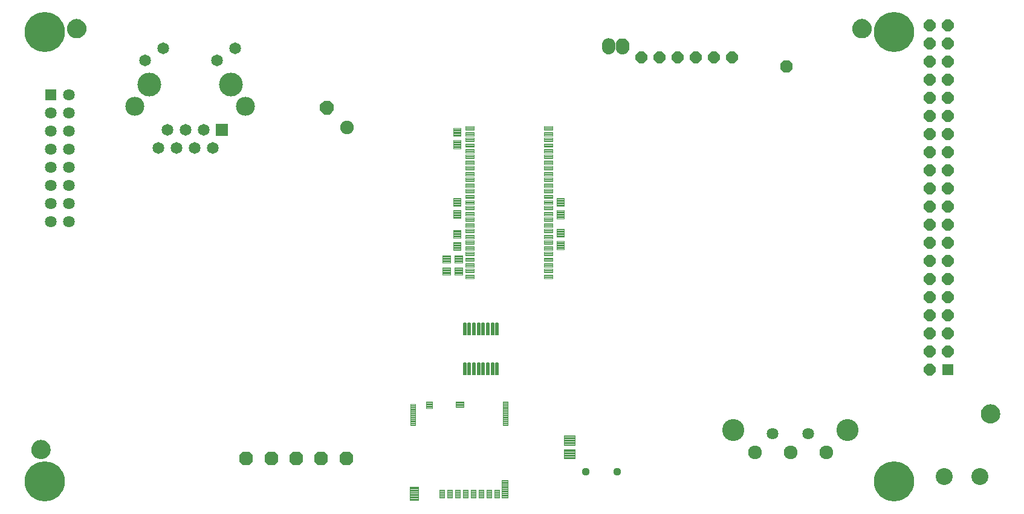
<source format=gbs>
G75*
%MOIN*%
%OFA0B0*%
%FSLAX25Y25*%
%IPPOS*%
%LPD*%
%AMOC8*
5,1,8,0,0,1.08239X$1,22.5*
%
%ADD10R,0.06406X0.06406*%
%ADD11OC8,0.06406*%
%ADD12C,0.06406*%
%ADD13OC8,0.07587*%
%ADD14C,0.07587*%
%ADD15C,0.12161*%
%ADD16C,0.06500*%
%ADD17R,0.06500X0.06500*%
%ADD18C,0.13098*%
%ADD19C,0.10500*%
%ADD20C,0.00494*%
%ADD21C,0.00444*%
%ADD22C,0.04437*%
%ADD23OC8,0.06996*%
%ADD24C,0.09358*%
%ADD25C,0.00545*%
%ADD26C,0.00100*%
%ADD27C,0.07500*%
%ADD28C,0.01500*%
%ADD29C,0.00449*%
%ADD30C,0.04500*%
%ADD31C,0.00500*%
%ADD32C,0.00488*%
%ADD33C,0.00449*%
%ADD34C,0.00464*%
%ADD35C,0.00445*%
%ADD36C,0.00466*%
%ADD37C,0.22154*%
D10*
X0055828Y0366054D03*
X0550612Y0214602D03*
D11*
X0540612Y0214602D03*
X0540612Y0224602D03*
X0550612Y0224602D03*
X0550612Y0234602D03*
X0540612Y0234602D03*
X0540612Y0244602D03*
X0550612Y0244602D03*
X0550612Y0254602D03*
X0540612Y0254602D03*
X0540612Y0264602D03*
X0550612Y0264602D03*
X0550612Y0274602D03*
X0540612Y0274602D03*
X0540612Y0284602D03*
X0550612Y0284602D03*
X0550612Y0294602D03*
X0540612Y0294602D03*
X0540612Y0304602D03*
X0550612Y0304602D03*
X0550612Y0314602D03*
X0540612Y0314602D03*
X0540612Y0324602D03*
X0550612Y0324602D03*
X0550612Y0334602D03*
X0540612Y0334602D03*
X0540612Y0344602D03*
X0550612Y0344602D03*
X0550612Y0354602D03*
X0540612Y0354602D03*
X0540612Y0364602D03*
X0550612Y0364602D03*
X0550612Y0374602D03*
X0540612Y0374602D03*
X0540612Y0384602D03*
X0550612Y0384602D03*
X0550612Y0394602D03*
X0540612Y0394602D03*
X0540612Y0404602D03*
X0550612Y0404602D03*
X0431578Y0386704D03*
X0421578Y0386704D03*
X0411578Y0386704D03*
X0401578Y0386704D03*
X0391578Y0386704D03*
X0381578Y0386704D03*
D12*
X0453998Y0179012D03*
X0473683Y0179012D03*
X0065828Y0296054D03*
X0055828Y0296054D03*
X0055828Y0306054D03*
X0055828Y0316054D03*
X0055828Y0326054D03*
X0055828Y0336054D03*
X0055828Y0346054D03*
X0065828Y0346054D03*
X0065828Y0336054D03*
X0065828Y0326054D03*
X0065828Y0316054D03*
X0065828Y0306054D03*
X0065828Y0356054D03*
X0055828Y0356054D03*
X0065828Y0366054D03*
D13*
X0163643Y0165429D03*
X0177423Y0165429D03*
X0191202Y0165429D03*
X0204982Y0165429D03*
X0218762Y0165429D03*
D14*
X0444155Y0168776D03*
X0463840Y0168776D03*
X0483525Y0168776D03*
D15*
X0495336Y0180980D03*
X0432344Y0180980D03*
D16*
X0145219Y0336687D03*
X0135219Y0336687D03*
X0125219Y0336687D03*
X0115219Y0336687D03*
X0120219Y0346687D03*
X0130219Y0346687D03*
X0140219Y0346687D03*
X0147620Y0384994D03*
X0157620Y0391687D03*
X0117817Y0391687D03*
X0107817Y0384994D03*
D17*
X0150219Y0346687D03*
D18*
X0155219Y0371687D03*
X0110219Y0371687D03*
D19*
X0102207Y0359679D03*
X0163230Y0359679D03*
D20*
X0289281Y0348736D02*
X0289281Y0346762D01*
X0284551Y0346762D01*
X0284551Y0348736D01*
X0289281Y0348736D01*
X0289281Y0347255D02*
X0284551Y0347255D01*
X0284551Y0347748D02*
X0289281Y0347748D01*
X0289281Y0348241D02*
X0284551Y0348241D01*
X0284551Y0348734D02*
X0289281Y0348734D01*
X0289281Y0345587D02*
X0289281Y0343613D01*
X0284551Y0343613D01*
X0284551Y0345587D01*
X0289281Y0345587D01*
X0289281Y0344106D02*
X0284551Y0344106D01*
X0284551Y0344599D02*
X0289281Y0344599D01*
X0289281Y0345092D02*
X0284551Y0345092D01*
X0284551Y0345585D02*
X0289281Y0345585D01*
X0289281Y0342437D02*
X0289281Y0340463D01*
X0284551Y0340463D01*
X0284551Y0342437D01*
X0289281Y0342437D01*
X0289281Y0340956D02*
X0284551Y0340956D01*
X0284551Y0341449D02*
X0289281Y0341449D01*
X0289281Y0341942D02*
X0284551Y0341942D01*
X0284551Y0342435D02*
X0289281Y0342435D01*
X0289281Y0339287D02*
X0289281Y0337313D01*
X0284551Y0337313D01*
X0284551Y0339287D01*
X0289281Y0339287D01*
X0289281Y0337806D02*
X0284551Y0337806D01*
X0284551Y0338299D02*
X0289281Y0338299D01*
X0289281Y0338792D02*
X0284551Y0338792D01*
X0284551Y0339285D02*
X0289281Y0339285D01*
X0289281Y0336138D02*
X0289281Y0334164D01*
X0284551Y0334164D01*
X0284551Y0336138D01*
X0289281Y0336138D01*
X0289281Y0334657D02*
X0284551Y0334657D01*
X0284551Y0335150D02*
X0289281Y0335150D01*
X0289281Y0335643D02*
X0284551Y0335643D01*
X0284551Y0336136D02*
X0289281Y0336136D01*
X0289281Y0332988D02*
X0289281Y0331014D01*
X0284551Y0331014D01*
X0284551Y0332988D01*
X0289281Y0332988D01*
X0289281Y0331507D02*
X0284551Y0331507D01*
X0284551Y0332000D02*
X0289281Y0332000D01*
X0289281Y0332493D02*
X0284551Y0332493D01*
X0284551Y0332986D02*
X0289281Y0332986D01*
X0289281Y0329839D02*
X0289281Y0327865D01*
X0284551Y0327865D01*
X0284551Y0329839D01*
X0289281Y0329839D01*
X0289281Y0328358D02*
X0284551Y0328358D01*
X0284551Y0328851D02*
X0289281Y0328851D01*
X0289281Y0329344D02*
X0284551Y0329344D01*
X0284551Y0329837D02*
X0289281Y0329837D01*
X0289281Y0326689D02*
X0289281Y0324715D01*
X0284551Y0324715D01*
X0284551Y0326689D01*
X0289281Y0326689D01*
X0289281Y0325208D02*
X0284551Y0325208D01*
X0284551Y0325701D02*
X0289281Y0325701D01*
X0289281Y0326194D02*
X0284551Y0326194D01*
X0284551Y0326687D02*
X0289281Y0326687D01*
X0289281Y0323539D02*
X0289281Y0321565D01*
X0284551Y0321565D01*
X0284551Y0323539D01*
X0289281Y0323539D01*
X0289281Y0322058D02*
X0284551Y0322058D01*
X0284551Y0322551D02*
X0289281Y0322551D01*
X0289281Y0323044D02*
X0284551Y0323044D01*
X0284551Y0323537D02*
X0289281Y0323537D01*
X0289281Y0320390D02*
X0289281Y0318416D01*
X0284551Y0318416D01*
X0284551Y0320390D01*
X0289281Y0320390D01*
X0289281Y0318909D02*
X0284551Y0318909D01*
X0284551Y0319402D02*
X0289281Y0319402D01*
X0289281Y0319895D02*
X0284551Y0319895D01*
X0284551Y0320388D02*
X0289281Y0320388D01*
X0289281Y0317240D02*
X0289281Y0315266D01*
X0284551Y0315266D01*
X0284551Y0317240D01*
X0289281Y0317240D01*
X0289281Y0315759D02*
X0284551Y0315759D01*
X0284551Y0316252D02*
X0289281Y0316252D01*
X0289281Y0316745D02*
X0284551Y0316745D01*
X0284551Y0317238D02*
X0289281Y0317238D01*
X0289281Y0314091D02*
X0289281Y0312117D01*
X0284551Y0312117D01*
X0284551Y0314091D01*
X0289281Y0314091D01*
X0289281Y0312610D02*
X0284551Y0312610D01*
X0284551Y0313103D02*
X0289281Y0313103D01*
X0289281Y0313596D02*
X0284551Y0313596D01*
X0284551Y0314089D02*
X0289281Y0314089D01*
X0289281Y0310941D02*
X0289281Y0308967D01*
X0284551Y0308967D01*
X0284551Y0310941D01*
X0289281Y0310941D01*
X0289281Y0309460D02*
X0284551Y0309460D01*
X0284551Y0309953D02*
X0289281Y0309953D01*
X0289281Y0310446D02*
X0284551Y0310446D01*
X0284551Y0310939D02*
X0289281Y0310939D01*
X0289281Y0307791D02*
X0289281Y0305817D01*
X0284551Y0305817D01*
X0284551Y0307791D01*
X0289281Y0307791D01*
X0289281Y0306310D02*
X0284551Y0306310D01*
X0284551Y0306803D02*
X0289281Y0306803D01*
X0289281Y0307296D02*
X0284551Y0307296D01*
X0284551Y0307789D02*
X0289281Y0307789D01*
X0289281Y0304642D02*
X0289281Y0302668D01*
X0284551Y0302668D01*
X0284551Y0304642D01*
X0289281Y0304642D01*
X0289281Y0303161D02*
X0284551Y0303161D01*
X0284551Y0303654D02*
X0289281Y0303654D01*
X0289281Y0304147D02*
X0284551Y0304147D01*
X0284551Y0304640D02*
X0289281Y0304640D01*
X0289281Y0301492D02*
X0289281Y0299518D01*
X0284551Y0299518D01*
X0284551Y0301492D01*
X0289281Y0301492D01*
X0289281Y0300011D02*
X0284551Y0300011D01*
X0284551Y0300504D02*
X0289281Y0300504D01*
X0289281Y0300997D02*
X0284551Y0300997D01*
X0284551Y0301490D02*
X0289281Y0301490D01*
X0289281Y0298343D02*
X0289281Y0296369D01*
X0284551Y0296369D01*
X0284551Y0298343D01*
X0289281Y0298343D01*
X0289281Y0296862D02*
X0284551Y0296862D01*
X0284551Y0297355D02*
X0289281Y0297355D01*
X0289281Y0297848D02*
X0284551Y0297848D01*
X0284551Y0298341D02*
X0289281Y0298341D01*
X0289281Y0295193D02*
X0289281Y0293219D01*
X0284551Y0293219D01*
X0284551Y0295193D01*
X0289281Y0295193D01*
X0289281Y0293712D02*
X0284551Y0293712D01*
X0284551Y0294205D02*
X0289281Y0294205D01*
X0289281Y0294698D02*
X0284551Y0294698D01*
X0284551Y0295191D02*
X0289281Y0295191D01*
X0289281Y0292043D02*
X0289281Y0290069D01*
X0284551Y0290069D01*
X0284551Y0292043D01*
X0289281Y0292043D01*
X0289281Y0290562D02*
X0284551Y0290562D01*
X0284551Y0291055D02*
X0289281Y0291055D01*
X0289281Y0291548D02*
X0284551Y0291548D01*
X0284551Y0292041D02*
X0289281Y0292041D01*
X0289281Y0288894D02*
X0289281Y0286920D01*
X0284551Y0286920D01*
X0284551Y0288894D01*
X0289281Y0288894D01*
X0289281Y0287413D02*
X0284551Y0287413D01*
X0284551Y0287906D02*
X0289281Y0287906D01*
X0289281Y0288399D02*
X0284551Y0288399D01*
X0284551Y0288892D02*
X0289281Y0288892D01*
X0289281Y0285744D02*
X0289281Y0283770D01*
X0284551Y0283770D01*
X0284551Y0285744D01*
X0289281Y0285744D01*
X0289281Y0284263D02*
X0284551Y0284263D01*
X0284551Y0284756D02*
X0289281Y0284756D01*
X0289281Y0285249D02*
X0284551Y0285249D01*
X0284551Y0285742D02*
X0289281Y0285742D01*
X0289281Y0282594D02*
X0289281Y0280620D01*
X0284551Y0280620D01*
X0284551Y0282594D01*
X0289281Y0282594D01*
X0289281Y0281113D02*
X0284551Y0281113D01*
X0284551Y0281606D02*
X0289281Y0281606D01*
X0289281Y0282099D02*
X0284551Y0282099D01*
X0284551Y0282592D02*
X0289281Y0282592D01*
X0289281Y0279445D02*
X0289281Y0277471D01*
X0284551Y0277471D01*
X0284551Y0279445D01*
X0289281Y0279445D01*
X0289281Y0277964D02*
X0284551Y0277964D01*
X0284551Y0278457D02*
X0289281Y0278457D01*
X0289281Y0278950D02*
X0284551Y0278950D01*
X0284551Y0279443D02*
X0289281Y0279443D01*
X0289281Y0276295D02*
X0289281Y0274321D01*
X0284551Y0274321D01*
X0284551Y0276295D01*
X0289281Y0276295D01*
X0289281Y0274814D02*
X0284551Y0274814D01*
X0284551Y0275307D02*
X0289281Y0275307D01*
X0289281Y0275800D02*
X0284551Y0275800D01*
X0284551Y0276293D02*
X0289281Y0276293D01*
X0289281Y0273146D02*
X0289281Y0271172D01*
X0284551Y0271172D01*
X0284551Y0273146D01*
X0289281Y0273146D01*
X0289281Y0271665D02*
X0284551Y0271665D01*
X0284551Y0272158D02*
X0289281Y0272158D01*
X0289281Y0272651D02*
X0284551Y0272651D01*
X0284551Y0273144D02*
X0289281Y0273144D01*
X0289281Y0269996D02*
X0289281Y0268022D01*
X0284551Y0268022D01*
X0284551Y0269996D01*
X0289281Y0269996D01*
X0289281Y0268515D02*
X0284551Y0268515D01*
X0284551Y0269008D02*
X0289281Y0269008D01*
X0289281Y0269501D02*
X0284551Y0269501D01*
X0284551Y0269994D02*
X0289281Y0269994D01*
X0289281Y0266846D02*
X0289281Y0264872D01*
X0284551Y0264872D01*
X0284551Y0266846D01*
X0289281Y0266846D01*
X0289281Y0265365D02*
X0284551Y0265365D01*
X0284551Y0265858D02*
X0289281Y0265858D01*
X0289281Y0266351D02*
X0284551Y0266351D01*
X0284551Y0266844D02*
X0289281Y0266844D01*
X0327876Y0266846D02*
X0327876Y0264872D01*
X0327876Y0266846D02*
X0332606Y0266846D01*
X0332606Y0264872D01*
X0327876Y0264872D01*
X0327876Y0265365D02*
X0332606Y0265365D01*
X0332606Y0265858D02*
X0327876Y0265858D01*
X0327876Y0266351D02*
X0332606Y0266351D01*
X0332606Y0266844D02*
X0327876Y0266844D01*
X0327876Y0268022D02*
X0327876Y0269996D01*
X0332606Y0269996D01*
X0332606Y0268022D01*
X0327876Y0268022D01*
X0327876Y0268515D02*
X0332606Y0268515D01*
X0332606Y0269008D02*
X0327876Y0269008D01*
X0327876Y0269501D02*
X0332606Y0269501D01*
X0332606Y0269994D02*
X0327876Y0269994D01*
X0327876Y0271172D02*
X0327876Y0273146D01*
X0332606Y0273146D01*
X0332606Y0271172D01*
X0327876Y0271172D01*
X0327876Y0271665D02*
X0332606Y0271665D01*
X0332606Y0272158D02*
X0327876Y0272158D01*
X0327876Y0272651D02*
X0332606Y0272651D01*
X0332606Y0273144D02*
X0327876Y0273144D01*
X0327876Y0274321D02*
X0327876Y0276295D01*
X0332606Y0276295D01*
X0332606Y0274321D01*
X0327876Y0274321D01*
X0327876Y0274814D02*
X0332606Y0274814D01*
X0332606Y0275307D02*
X0327876Y0275307D01*
X0327876Y0275800D02*
X0332606Y0275800D01*
X0332606Y0276293D02*
X0327876Y0276293D01*
X0327876Y0277471D02*
X0327876Y0279445D01*
X0332606Y0279445D01*
X0332606Y0277471D01*
X0327876Y0277471D01*
X0327876Y0277964D02*
X0332606Y0277964D01*
X0332606Y0278457D02*
X0327876Y0278457D01*
X0327876Y0278950D02*
X0332606Y0278950D01*
X0332606Y0279443D02*
X0327876Y0279443D01*
X0327876Y0280620D02*
X0327876Y0282594D01*
X0332606Y0282594D01*
X0332606Y0280620D01*
X0327876Y0280620D01*
X0327876Y0281113D02*
X0332606Y0281113D01*
X0332606Y0281606D02*
X0327876Y0281606D01*
X0327876Y0282099D02*
X0332606Y0282099D01*
X0332606Y0282592D02*
X0327876Y0282592D01*
X0327876Y0283770D02*
X0327876Y0285744D01*
X0332606Y0285744D01*
X0332606Y0283770D01*
X0327876Y0283770D01*
X0327876Y0284263D02*
X0332606Y0284263D01*
X0332606Y0284756D02*
X0327876Y0284756D01*
X0327876Y0285249D02*
X0332606Y0285249D01*
X0332606Y0285742D02*
X0327876Y0285742D01*
X0327876Y0286920D02*
X0327876Y0288894D01*
X0332606Y0288894D01*
X0332606Y0286920D01*
X0327876Y0286920D01*
X0327876Y0287413D02*
X0332606Y0287413D01*
X0332606Y0287906D02*
X0327876Y0287906D01*
X0327876Y0288399D02*
X0332606Y0288399D01*
X0332606Y0288892D02*
X0327876Y0288892D01*
X0327876Y0290069D02*
X0327876Y0292043D01*
X0332606Y0292043D01*
X0332606Y0290069D01*
X0327876Y0290069D01*
X0327876Y0290562D02*
X0332606Y0290562D01*
X0332606Y0291055D02*
X0327876Y0291055D01*
X0327876Y0291548D02*
X0332606Y0291548D01*
X0332606Y0292041D02*
X0327876Y0292041D01*
X0327876Y0293219D02*
X0327876Y0295193D01*
X0332606Y0295193D01*
X0332606Y0293219D01*
X0327876Y0293219D01*
X0327876Y0293712D02*
X0332606Y0293712D01*
X0332606Y0294205D02*
X0327876Y0294205D01*
X0327876Y0294698D02*
X0332606Y0294698D01*
X0332606Y0295191D02*
X0327876Y0295191D01*
X0327876Y0296369D02*
X0327876Y0298343D01*
X0332606Y0298343D01*
X0332606Y0296369D01*
X0327876Y0296369D01*
X0327876Y0296862D02*
X0332606Y0296862D01*
X0332606Y0297355D02*
X0327876Y0297355D01*
X0327876Y0297848D02*
X0332606Y0297848D01*
X0332606Y0298341D02*
X0327876Y0298341D01*
X0327876Y0299518D02*
X0327876Y0301492D01*
X0332606Y0301492D01*
X0332606Y0299518D01*
X0327876Y0299518D01*
X0327876Y0300011D02*
X0332606Y0300011D01*
X0332606Y0300504D02*
X0327876Y0300504D01*
X0327876Y0300997D02*
X0332606Y0300997D01*
X0332606Y0301490D02*
X0327876Y0301490D01*
X0327876Y0302668D02*
X0327876Y0304642D01*
X0332606Y0304642D01*
X0332606Y0302668D01*
X0327876Y0302668D01*
X0327876Y0303161D02*
X0332606Y0303161D01*
X0332606Y0303654D02*
X0327876Y0303654D01*
X0327876Y0304147D02*
X0332606Y0304147D01*
X0332606Y0304640D02*
X0327876Y0304640D01*
X0327876Y0305817D02*
X0327876Y0307791D01*
X0332606Y0307791D01*
X0332606Y0305817D01*
X0327876Y0305817D01*
X0327876Y0306310D02*
X0332606Y0306310D01*
X0332606Y0306803D02*
X0327876Y0306803D01*
X0327876Y0307296D02*
X0332606Y0307296D01*
X0332606Y0307789D02*
X0327876Y0307789D01*
X0327876Y0308967D02*
X0327876Y0310941D01*
X0332606Y0310941D01*
X0332606Y0308967D01*
X0327876Y0308967D01*
X0327876Y0309460D02*
X0332606Y0309460D01*
X0332606Y0309953D02*
X0327876Y0309953D01*
X0327876Y0310446D02*
X0332606Y0310446D01*
X0332606Y0310939D02*
X0327876Y0310939D01*
X0327876Y0312117D02*
X0327876Y0314091D01*
X0332606Y0314091D01*
X0332606Y0312117D01*
X0327876Y0312117D01*
X0327876Y0312610D02*
X0332606Y0312610D01*
X0332606Y0313103D02*
X0327876Y0313103D01*
X0327876Y0313596D02*
X0332606Y0313596D01*
X0332606Y0314089D02*
X0327876Y0314089D01*
X0327876Y0315266D02*
X0327876Y0317240D01*
X0332606Y0317240D01*
X0332606Y0315266D01*
X0327876Y0315266D01*
X0327876Y0315759D02*
X0332606Y0315759D01*
X0332606Y0316252D02*
X0327876Y0316252D01*
X0327876Y0316745D02*
X0332606Y0316745D01*
X0332606Y0317238D02*
X0327876Y0317238D01*
X0327876Y0318416D02*
X0327876Y0320390D01*
X0332606Y0320390D01*
X0332606Y0318416D01*
X0327876Y0318416D01*
X0327876Y0318909D02*
X0332606Y0318909D01*
X0332606Y0319402D02*
X0327876Y0319402D01*
X0327876Y0319895D02*
X0332606Y0319895D01*
X0332606Y0320388D02*
X0327876Y0320388D01*
X0327876Y0321565D02*
X0327876Y0323539D01*
X0332606Y0323539D01*
X0332606Y0321565D01*
X0327876Y0321565D01*
X0327876Y0322058D02*
X0332606Y0322058D01*
X0332606Y0322551D02*
X0327876Y0322551D01*
X0327876Y0323044D02*
X0332606Y0323044D01*
X0332606Y0323537D02*
X0327876Y0323537D01*
X0327876Y0324715D02*
X0327876Y0326689D01*
X0332606Y0326689D01*
X0332606Y0324715D01*
X0327876Y0324715D01*
X0327876Y0325208D02*
X0332606Y0325208D01*
X0332606Y0325701D02*
X0327876Y0325701D01*
X0327876Y0326194D02*
X0332606Y0326194D01*
X0332606Y0326687D02*
X0327876Y0326687D01*
X0327876Y0327865D02*
X0327876Y0329839D01*
X0332606Y0329839D01*
X0332606Y0327865D01*
X0327876Y0327865D01*
X0327876Y0328358D02*
X0332606Y0328358D01*
X0332606Y0328851D02*
X0327876Y0328851D01*
X0327876Y0329344D02*
X0332606Y0329344D01*
X0332606Y0329837D02*
X0327876Y0329837D01*
X0327876Y0331014D02*
X0327876Y0332988D01*
X0332606Y0332988D01*
X0332606Y0331014D01*
X0327876Y0331014D01*
X0327876Y0331507D02*
X0332606Y0331507D01*
X0332606Y0332000D02*
X0327876Y0332000D01*
X0327876Y0332493D02*
X0332606Y0332493D01*
X0332606Y0332986D02*
X0327876Y0332986D01*
X0327876Y0334164D02*
X0327876Y0336138D01*
X0332606Y0336138D01*
X0332606Y0334164D01*
X0327876Y0334164D01*
X0327876Y0334657D02*
X0332606Y0334657D01*
X0332606Y0335150D02*
X0327876Y0335150D01*
X0327876Y0335643D02*
X0332606Y0335643D01*
X0332606Y0336136D02*
X0327876Y0336136D01*
X0327876Y0337313D02*
X0327876Y0339287D01*
X0332606Y0339287D01*
X0332606Y0337313D01*
X0327876Y0337313D01*
X0327876Y0337806D02*
X0332606Y0337806D01*
X0332606Y0338299D02*
X0327876Y0338299D01*
X0327876Y0338792D02*
X0332606Y0338792D01*
X0332606Y0339285D02*
X0327876Y0339285D01*
X0327876Y0340463D02*
X0327876Y0342437D01*
X0332606Y0342437D01*
X0332606Y0340463D01*
X0327876Y0340463D01*
X0327876Y0340956D02*
X0332606Y0340956D01*
X0332606Y0341449D02*
X0327876Y0341449D01*
X0327876Y0341942D02*
X0332606Y0341942D01*
X0332606Y0342435D02*
X0327876Y0342435D01*
X0327876Y0343613D02*
X0327876Y0345587D01*
X0332606Y0345587D01*
X0332606Y0343613D01*
X0327876Y0343613D01*
X0327876Y0344106D02*
X0332606Y0344106D01*
X0332606Y0344599D02*
X0327876Y0344599D01*
X0327876Y0345092D02*
X0332606Y0345092D01*
X0332606Y0345585D02*
X0327876Y0345585D01*
X0327876Y0346762D02*
X0327876Y0348736D01*
X0332606Y0348736D01*
X0332606Y0346762D01*
X0327876Y0346762D01*
X0327876Y0347255D02*
X0332606Y0347255D01*
X0332606Y0347748D02*
X0327876Y0347748D01*
X0327876Y0348241D02*
X0332606Y0348241D01*
X0332606Y0348734D02*
X0327876Y0348734D01*
D21*
X0277982Y0347694D02*
X0277982Y0343308D01*
X0277982Y0347694D02*
X0281974Y0347694D01*
X0281974Y0343308D01*
X0277982Y0343308D01*
X0277982Y0343751D02*
X0281974Y0343751D01*
X0281974Y0344194D02*
X0277982Y0344194D01*
X0277982Y0344637D02*
X0281974Y0344637D01*
X0281974Y0345080D02*
X0277982Y0345080D01*
X0277982Y0345523D02*
X0281974Y0345523D01*
X0281974Y0345966D02*
X0277982Y0345966D01*
X0277982Y0346409D02*
X0281974Y0346409D01*
X0281974Y0346852D02*
X0277982Y0346852D01*
X0277982Y0347295D02*
X0281974Y0347295D01*
X0277982Y0341001D02*
X0277982Y0336615D01*
X0277982Y0341001D02*
X0281974Y0341001D01*
X0281974Y0336615D01*
X0277982Y0336615D01*
X0277982Y0337058D02*
X0281974Y0337058D01*
X0281974Y0337501D02*
X0277982Y0337501D01*
X0277982Y0337944D02*
X0281974Y0337944D01*
X0281974Y0338387D02*
X0277982Y0338387D01*
X0277982Y0338830D02*
X0281974Y0338830D01*
X0281974Y0339273D02*
X0277982Y0339273D01*
X0277982Y0339716D02*
X0281974Y0339716D01*
X0281974Y0340159D02*
X0277982Y0340159D01*
X0277982Y0340602D02*
X0281974Y0340602D01*
X0277782Y0309094D02*
X0277782Y0304708D01*
X0277782Y0309094D02*
X0281774Y0309094D01*
X0281774Y0304708D01*
X0277782Y0304708D01*
X0277782Y0305151D02*
X0281774Y0305151D01*
X0281774Y0305594D02*
X0277782Y0305594D01*
X0277782Y0306037D02*
X0281774Y0306037D01*
X0281774Y0306480D02*
X0277782Y0306480D01*
X0277782Y0306923D02*
X0281774Y0306923D01*
X0281774Y0307366D02*
X0277782Y0307366D01*
X0277782Y0307809D02*
X0281774Y0307809D01*
X0281774Y0308252D02*
X0277782Y0308252D01*
X0277782Y0308695D02*
X0281774Y0308695D01*
X0277782Y0302401D02*
X0277782Y0298015D01*
X0277782Y0302401D02*
X0281774Y0302401D01*
X0281774Y0298015D01*
X0277782Y0298015D01*
X0277782Y0298458D02*
X0281774Y0298458D01*
X0281774Y0298901D02*
X0277782Y0298901D01*
X0277782Y0299344D02*
X0281774Y0299344D01*
X0281774Y0299787D02*
X0277782Y0299787D01*
X0277782Y0300230D02*
X0281774Y0300230D01*
X0281774Y0300673D02*
X0277782Y0300673D01*
X0277782Y0301116D02*
X0281774Y0301116D01*
X0281774Y0301559D02*
X0277782Y0301559D01*
X0277782Y0302002D02*
X0281774Y0302002D01*
X0277782Y0291594D02*
X0277782Y0287208D01*
X0277782Y0291594D02*
X0281774Y0291594D01*
X0281774Y0287208D01*
X0277782Y0287208D01*
X0277782Y0287651D02*
X0281774Y0287651D01*
X0281774Y0288094D02*
X0277782Y0288094D01*
X0277782Y0288537D02*
X0281774Y0288537D01*
X0281774Y0288980D02*
X0277782Y0288980D01*
X0277782Y0289423D02*
X0281774Y0289423D01*
X0281774Y0289866D02*
X0277782Y0289866D01*
X0277782Y0290309D02*
X0281774Y0290309D01*
X0281774Y0290752D02*
X0277782Y0290752D01*
X0277782Y0291195D02*
X0281774Y0291195D01*
X0277782Y0284901D02*
X0277782Y0280515D01*
X0277782Y0284901D02*
X0281774Y0284901D01*
X0281774Y0280515D01*
X0277782Y0280515D01*
X0277782Y0280958D02*
X0281774Y0280958D01*
X0281774Y0281401D02*
X0277782Y0281401D01*
X0277782Y0281844D02*
X0281774Y0281844D01*
X0281774Y0282287D02*
X0277782Y0282287D01*
X0277782Y0282730D02*
X0281774Y0282730D01*
X0281774Y0283173D02*
X0277782Y0283173D01*
X0277782Y0283616D02*
X0281774Y0283616D01*
X0281774Y0284059D02*
X0277782Y0284059D01*
X0277782Y0284502D02*
X0281774Y0284502D01*
X0282818Y0277600D02*
X0278432Y0277600D01*
X0282818Y0277600D02*
X0282818Y0273608D01*
X0278432Y0273608D01*
X0278432Y0277600D01*
X0278432Y0274051D02*
X0282818Y0274051D01*
X0282818Y0274494D02*
X0278432Y0274494D01*
X0278432Y0274937D02*
X0282818Y0274937D01*
X0282818Y0275380D02*
X0278432Y0275380D01*
X0278432Y0275823D02*
X0282818Y0275823D01*
X0282818Y0276266D02*
X0278432Y0276266D01*
X0278432Y0276709D02*
X0282818Y0276709D01*
X0282818Y0277152D02*
X0278432Y0277152D01*
X0278432Y0277595D02*
X0282818Y0277595D01*
X0282818Y0270850D02*
X0278432Y0270850D01*
X0282818Y0270850D02*
X0282818Y0266858D01*
X0278432Y0266858D01*
X0278432Y0270850D01*
X0278432Y0267301D02*
X0282818Y0267301D01*
X0282818Y0267744D02*
X0278432Y0267744D01*
X0278432Y0268187D02*
X0282818Y0268187D01*
X0282818Y0268630D02*
X0278432Y0268630D01*
X0278432Y0269073D02*
X0282818Y0269073D01*
X0282818Y0269516D02*
X0278432Y0269516D01*
X0278432Y0269959D02*
X0282818Y0269959D01*
X0282818Y0270402D02*
X0278432Y0270402D01*
X0278432Y0270845D02*
X0282818Y0270845D01*
X0276125Y0270850D02*
X0271739Y0270850D01*
X0276125Y0270850D02*
X0276125Y0266858D01*
X0271739Y0266858D01*
X0271739Y0270850D01*
X0271739Y0267301D02*
X0276125Y0267301D01*
X0276125Y0267744D02*
X0271739Y0267744D01*
X0271739Y0268187D02*
X0276125Y0268187D01*
X0276125Y0268630D02*
X0271739Y0268630D01*
X0271739Y0269073D02*
X0276125Y0269073D01*
X0276125Y0269516D02*
X0271739Y0269516D01*
X0271739Y0269959D02*
X0276125Y0269959D01*
X0276125Y0270402D02*
X0271739Y0270402D01*
X0271739Y0270845D02*
X0276125Y0270845D01*
X0276125Y0277600D02*
X0271739Y0277600D01*
X0276125Y0277600D02*
X0276125Y0273608D01*
X0271739Y0273608D01*
X0271739Y0277600D01*
X0271739Y0274051D02*
X0276125Y0274051D01*
X0276125Y0274494D02*
X0271739Y0274494D01*
X0271739Y0274937D02*
X0276125Y0274937D01*
X0276125Y0275380D02*
X0271739Y0275380D01*
X0271739Y0275823D02*
X0276125Y0275823D01*
X0276125Y0276266D02*
X0271739Y0276266D01*
X0271739Y0276709D02*
X0276125Y0276709D01*
X0276125Y0277152D02*
X0271739Y0277152D01*
X0271739Y0277595D02*
X0276125Y0277595D01*
X0338874Y0280965D02*
X0338874Y0285351D01*
X0338874Y0280965D02*
X0334882Y0280965D01*
X0334882Y0285351D01*
X0338874Y0285351D01*
X0338874Y0281408D02*
X0334882Y0281408D01*
X0334882Y0281851D02*
X0338874Y0281851D01*
X0338874Y0282294D02*
X0334882Y0282294D01*
X0334882Y0282737D02*
X0338874Y0282737D01*
X0338874Y0283180D02*
X0334882Y0283180D01*
X0334882Y0283623D02*
X0338874Y0283623D01*
X0338874Y0284066D02*
X0334882Y0284066D01*
X0334882Y0284509D02*
X0338874Y0284509D01*
X0338874Y0284952D02*
X0334882Y0284952D01*
X0338874Y0287658D02*
X0338874Y0292044D01*
X0338874Y0287658D02*
X0334882Y0287658D01*
X0334882Y0292044D01*
X0338874Y0292044D01*
X0338874Y0288101D02*
X0334882Y0288101D01*
X0334882Y0288544D02*
X0338874Y0288544D01*
X0338874Y0288987D02*
X0334882Y0288987D01*
X0334882Y0289430D02*
X0338874Y0289430D01*
X0338874Y0289873D02*
X0334882Y0289873D01*
X0334882Y0290316D02*
X0338874Y0290316D01*
X0338874Y0290759D02*
X0334882Y0290759D01*
X0334882Y0291202D02*
X0338874Y0291202D01*
X0338874Y0291645D02*
X0334882Y0291645D01*
X0338824Y0297965D02*
X0338824Y0302351D01*
X0338824Y0297965D02*
X0334832Y0297965D01*
X0334832Y0302351D01*
X0338824Y0302351D01*
X0338824Y0298408D02*
X0334832Y0298408D01*
X0334832Y0298851D02*
X0338824Y0298851D01*
X0338824Y0299294D02*
X0334832Y0299294D01*
X0334832Y0299737D02*
X0338824Y0299737D01*
X0338824Y0300180D02*
X0334832Y0300180D01*
X0334832Y0300623D02*
X0338824Y0300623D01*
X0338824Y0301066D02*
X0334832Y0301066D01*
X0334832Y0301509D02*
X0338824Y0301509D01*
X0338824Y0301952D02*
X0334832Y0301952D01*
X0338824Y0304658D02*
X0338824Y0309044D01*
X0338824Y0304658D02*
X0334832Y0304658D01*
X0334832Y0309044D01*
X0338824Y0309044D01*
X0338824Y0305101D02*
X0334832Y0305101D01*
X0334832Y0305544D02*
X0338824Y0305544D01*
X0338824Y0305987D02*
X0334832Y0305987D01*
X0334832Y0306430D02*
X0338824Y0306430D01*
X0338824Y0306873D02*
X0334832Y0306873D01*
X0334832Y0307316D02*
X0338824Y0307316D01*
X0338824Y0307759D02*
X0334832Y0307759D01*
X0334832Y0308202D02*
X0338824Y0308202D01*
X0338824Y0308645D02*
X0334832Y0308645D01*
D22*
X0350848Y0158146D03*
X0368171Y0158146D03*
D23*
X0461678Y0381654D03*
D24*
X0548486Y0155390D03*
X0568171Y0155390D03*
D25*
X0302651Y0211854D02*
X0302651Y0218108D01*
X0302651Y0211854D02*
X0301317Y0211854D01*
X0301317Y0218108D01*
X0302651Y0218108D01*
X0302651Y0212398D02*
X0301317Y0212398D01*
X0301317Y0212942D02*
X0302651Y0212942D01*
X0302651Y0213486D02*
X0301317Y0213486D01*
X0301317Y0214030D02*
X0302651Y0214030D01*
X0302651Y0214574D02*
X0301317Y0214574D01*
X0301317Y0215118D02*
X0302651Y0215118D01*
X0302651Y0215662D02*
X0301317Y0215662D01*
X0301317Y0216206D02*
X0302651Y0216206D01*
X0302651Y0216750D02*
X0301317Y0216750D01*
X0301317Y0217294D02*
X0302651Y0217294D01*
X0302651Y0217838D02*
X0301317Y0217838D01*
X0300092Y0218108D02*
X0300092Y0211854D01*
X0298758Y0211854D01*
X0298758Y0218108D01*
X0300092Y0218108D01*
X0300092Y0212398D02*
X0298758Y0212398D01*
X0298758Y0212942D02*
X0300092Y0212942D01*
X0300092Y0213486D02*
X0298758Y0213486D01*
X0298758Y0214030D02*
X0300092Y0214030D01*
X0300092Y0214574D02*
X0298758Y0214574D01*
X0298758Y0215118D02*
X0300092Y0215118D01*
X0300092Y0215662D02*
X0298758Y0215662D01*
X0298758Y0216206D02*
X0300092Y0216206D01*
X0300092Y0216750D02*
X0298758Y0216750D01*
X0298758Y0217294D02*
X0300092Y0217294D01*
X0300092Y0217838D02*
X0298758Y0217838D01*
X0297532Y0218108D02*
X0297532Y0211854D01*
X0296198Y0211854D01*
X0296198Y0218108D01*
X0297532Y0218108D01*
X0297532Y0212398D02*
X0296198Y0212398D01*
X0296198Y0212942D02*
X0297532Y0212942D01*
X0297532Y0213486D02*
X0296198Y0213486D01*
X0296198Y0214030D02*
X0297532Y0214030D01*
X0297532Y0214574D02*
X0296198Y0214574D01*
X0296198Y0215118D02*
X0297532Y0215118D01*
X0297532Y0215662D02*
X0296198Y0215662D01*
X0296198Y0216206D02*
X0297532Y0216206D01*
X0297532Y0216750D02*
X0296198Y0216750D01*
X0296198Y0217294D02*
X0297532Y0217294D01*
X0297532Y0217838D02*
X0296198Y0217838D01*
X0294973Y0218108D02*
X0294973Y0211854D01*
X0293639Y0211854D01*
X0293639Y0218108D01*
X0294973Y0218108D01*
X0294973Y0212398D02*
X0293639Y0212398D01*
X0293639Y0212942D02*
X0294973Y0212942D01*
X0294973Y0213486D02*
X0293639Y0213486D01*
X0293639Y0214030D02*
X0294973Y0214030D01*
X0294973Y0214574D02*
X0293639Y0214574D01*
X0293639Y0215118D02*
X0294973Y0215118D01*
X0294973Y0215662D02*
X0293639Y0215662D01*
X0293639Y0216206D02*
X0294973Y0216206D01*
X0294973Y0216750D02*
X0293639Y0216750D01*
X0293639Y0217294D02*
X0294973Y0217294D01*
X0294973Y0217838D02*
X0293639Y0217838D01*
X0292414Y0218108D02*
X0292414Y0211854D01*
X0291080Y0211854D01*
X0291080Y0218108D01*
X0292414Y0218108D01*
X0292414Y0212398D02*
X0291080Y0212398D01*
X0291080Y0212942D02*
X0292414Y0212942D01*
X0292414Y0213486D02*
X0291080Y0213486D01*
X0291080Y0214030D02*
X0292414Y0214030D01*
X0292414Y0214574D02*
X0291080Y0214574D01*
X0291080Y0215118D02*
X0292414Y0215118D01*
X0292414Y0215662D02*
X0291080Y0215662D01*
X0291080Y0216206D02*
X0292414Y0216206D01*
X0292414Y0216750D02*
X0291080Y0216750D01*
X0291080Y0217294D02*
X0292414Y0217294D01*
X0292414Y0217838D02*
X0291080Y0217838D01*
X0289855Y0218108D02*
X0289855Y0211854D01*
X0288521Y0211854D01*
X0288521Y0218108D01*
X0289855Y0218108D01*
X0289855Y0212398D02*
X0288521Y0212398D01*
X0288521Y0212942D02*
X0289855Y0212942D01*
X0289855Y0213486D02*
X0288521Y0213486D01*
X0288521Y0214030D02*
X0289855Y0214030D01*
X0289855Y0214574D02*
X0288521Y0214574D01*
X0288521Y0215118D02*
X0289855Y0215118D01*
X0289855Y0215662D02*
X0288521Y0215662D01*
X0288521Y0216206D02*
X0289855Y0216206D01*
X0289855Y0216750D02*
X0288521Y0216750D01*
X0288521Y0217294D02*
X0289855Y0217294D01*
X0289855Y0217838D02*
X0288521Y0217838D01*
X0287296Y0218108D02*
X0287296Y0211854D01*
X0285962Y0211854D01*
X0285962Y0218108D01*
X0287296Y0218108D01*
X0287296Y0212398D02*
X0285962Y0212398D01*
X0285962Y0212942D02*
X0287296Y0212942D01*
X0287296Y0213486D02*
X0285962Y0213486D01*
X0285962Y0214030D02*
X0287296Y0214030D01*
X0287296Y0214574D02*
X0285962Y0214574D01*
X0285962Y0215118D02*
X0287296Y0215118D01*
X0287296Y0215662D02*
X0285962Y0215662D01*
X0285962Y0216206D02*
X0287296Y0216206D01*
X0287296Y0216750D02*
X0285962Y0216750D01*
X0285962Y0217294D02*
X0287296Y0217294D01*
X0287296Y0217838D02*
X0285962Y0217838D01*
X0284737Y0218108D02*
X0284737Y0211854D01*
X0283403Y0211854D01*
X0283403Y0218108D01*
X0284737Y0218108D01*
X0284737Y0212398D02*
X0283403Y0212398D01*
X0283403Y0212942D02*
X0284737Y0212942D01*
X0284737Y0213486D02*
X0283403Y0213486D01*
X0283403Y0214030D02*
X0284737Y0214030D01*
X0284737Y0214574D02*
X0283403Y0214574D01*
X0283403Y0215118D02*
X0284737Y0215118D01*
X0284737Y0215662D02*
X0283403Y0215662D01*
X0283403Y0216206D02*
X0284737Y0216206D01*
X0284737Y0216750D02*
X0283403Y0216750D01*
X0283403Y0217294D02*
X0284737Y0217294D01*
X0284737Y0217838D02*
X0283403Y0217838D01*
X0284737Y0233901D02*
X0284737Y0240155D01*
X0284737Y0233901D02*
X0283403Y0233901D01*
X0283403Y0240155D01*
X0284737Y0240155D01*
X0284737Y0234445D02*
X0283403Y0234445D01*
X0283403Y0234989D02*
X0284737Y0234989D01*
X0284737Y0235533D02*
X0283403Y0235533D01*
X0283403Y0236077D02*
X0284737Y0236077D01*
X0284737Y0236621D02*
X0283403Y0236621D01*
X0283403Y0237165D02*
X0284737Y0237165D01*
X0284737Y0237709D02*
X0283403Y0237709D01*
X0283403Y0238253D02*
X0284737Y0238253D01*
X0284737Y0238797D02*
X0283403Y0238797D01*
X0283403Y0239341D02*
X0284737Y0239341D01*
X0284737Y0239885D02*
X0283403Y0239885D01*
X0287296Y0240155D02*
X0287296Y0233901D01*
X0285962Y0233901D01*
X0285962Y0240155D01*
X0287296Y0240155D01*
X0287296Y0234445D02*
X0285962Y0234445D01*
X0285962Y0234989D02*
X0287296Y0234989D01*
X0287296Y0235533D02*
X0285962Y0235533D01*
X0285962Y0236077D02*
X0287296Y0236077D01*
X0287296Y0236621D02*
X0285962Y0236621D01*
X0285962Y0237165D02*
X0287296Y0237165D01*
X0287296Y0237709D02*
X0285962Y0237709D01*
X0285962Y0238253D02*
X0287296Y0238253D01*
X0287296Y0238797D02*
X0285962Y0238797D01*
X0285962Y0239341D02*
X0287296Y0239341D01*
X0287296Y0239885D02*
X0285962Y0239885D01*
X0289855Y0240155D02*
X0289855Y0233901D01*
X0288521Y0233901D01*
X0288521Y0240155D01*
X0289855Y0240155D01*
X0289855Y0234445D02*
X0288521Y0234445D01*
X0288521Y0234989D02*
X0289855Y0234989D01*
X0289855Y0235533D02*
X0288521Y0235533D01*
X0288521Y0236077D02*
X0289855Y0236077D01*
X0289855Y0236621D02*
X0288521Y0236621D01*
X0288521Y0237165D02*
X0289855Y0237165D01*
X0289855Y0237709D02*
X0288521Y0237709D01*
X0288521Y0238253D02*
X0289855Y0238253D01*
X0289855Y0238797D02*
X0288521Y0238797D01*
X0288521Y0239341D02*
X0289855Y0239341D01*
X0289855Y0239885D02*
X0288521Y0239885D01*
X0292414Y0240155D02*
X0292414Y0233901D01*
X0291080Y0233901D01*
X0291080Y0240155D01*
X0292414Y0240155D01*
X0292414Y0234445D02*
X0291080Y0234445D01*
X0291080Y0234989D02*
X0292414Y0234989D01*
X0292414Y0235533D02*
X0291080Y0235533D01*
X0291080Y0236077D02*
X0292414Y0236077D01*
X0292414Y0236621D02*
X0291080Y0236621D01*
X0291080Y0237165D02*
X0292414Y0237165D01*
X0292414Y0237709D02*
X0291080Y0237709D01*
X0291080Y0238253D02*
X0292414Y0238253D01*
X0292414Y0238797D02*
X0291080Y0238797D01*
X0291080Y0239341D02*
X0292414Y0239341D01*
X0292414Y0239885D02*
X0291080Y0239885D01*
X0294973Y0240155D02*
X0294973Y0233901D01*
X0293639Y0233901D01*
X0293639Y0240155D01*
X0294973Y0240155D01*
X0294973Y0234445D02*
X0293639Y0234445D01*
X0293639Y0234989D02*
X0294973Y0234989D01*
X0294973Y0235533D02*
X0293639Y0235533D01*
X0293639Y0236077D02*
X0294973Y0236077D01*
X0294973Y0236621D02*
X0293639Y0236621D01*
X0293639Y0237165D02*
X0294973Y0237165D01*
X0294973Y0237709D02*
X0293639Y0237709D01*
X0293639Y0238253D02*
X0294973Y0238253D01*
X0294973Y0238797D02*
X0293639Y0238797D01*
X0293639Y0239341D02*
X0294973Y0239341D01*
X0294973Y0239885D02*
X0293639Y0239885D01*
X0297532Y0240155D02*
X0297532Y0233901D01*
X0296198Y0233901D01*
X0296198Y0240155D01*
X0297532Y0240155D01*
X0297532Y0234445D02*
X0296198Y0234445D01*
X0296198Y0234989D02*
X0297532Y0234989D01*
X0297532Y0235533D02*
X0296198Y0235533D01*
X0296198Y0236077D02*
X0297532Y0236077D01*
X0297532Y0236621D02*
X0296198Y0236621D01*
X0296198Y0237165D02*
X0297532Y0237165D01*
X0297532Y0237709D02*
X0296198Y0237709D01*
X0296198Y0238253D02*
X0297532Y0238253D01*
X0297532Y0238797D02*
X0296198Y0238797D01*
X0296198Y0239341D02*
X0297532Y0239341D01*
X0297532Y0239885D02*
X0296198Y0239885D01*
X0300092Y0240155D02*
X0300092Y0233901D01*
X0298758Y0233901D01*
X0298758Y0240155D01*
X0300092Y0240155D01*
X0300092Y0234445D02*
X0298758Y0234445D01*
X0298758Y0234989D02*
X0300092Y0234989D01*
X0300092Y0235533D02*
X0298758Y0235533D01*
X0298758Y0236077D02*
X0300092Y0236077D01*
X0300092Y0236621D02*
X0298758Y0236621D01*
X0298758Y0237165D02*
X0300092Y0237165D01*
X0300092Y0237709D02*
X0298758Y0237709D01*
X0298758Y0238253D02*
X0300092Y0238253D01*
X0300092Y0238797D02*
X0298758Y0238797D01*
X0298758Y0239341D02*
X0300092Y0239341D01*
X0300092Y0239885D02*
X0298758Y0239885D01*
X0302651Y0240155D02*
X0302651Y0233901D01*
X0301317Y0233901D01*
X0301317Y0240155D01*
X0302651Y0240155D01*
X0302651Y0234445D02*
X0301317Y0234445D01*
X0301317Y0234989D02*
X0302651Y0234989D01*
X0302651Y0235533D02*
X0301317Y0235533D01*
X0301317Y0236077D02*
X0302651Y0236077D01*
X0302651Y0236621D02*
X0301317Y0236621D01*
X0301317Y0237165D02*
X0302651Y0237165D01*
X0302651Y0237709D02*
X0301317Y0237709D01*
X0301317Y0238253D02*
X0302651Y0238253D01*
X0302651Y0238797D02*
X0301317Y0238797D01*
X0301317Y0239341D02*
X0302651Y0239341D01*
X0302651Y0239885D02*
X0301317Y0239885D01*
D26*
X0362039Y0389121D02*
X0361434Y0389444D01*
X0360904Y0389879D01*
X0360468Y0390410D01*
X0360145Y0391015D01*
X0359946Y0391672D01*
X0359878Y0392354D01*
X0359878Y0393104D01*
X0366878Y0393104D01*
X0366878Y0392354D01*
X0366811Y0391672D01*
X0366612Y0391015D01*
X0366289Y0390410D01*
X0365853Y0389879D01*
X0365323Y0389444D01*
X0364718Y0389121D01*
X0364061Y0388922D01*
X0363378Y0388854D01*
X0362696Y0388922D01*
X0362039Y0389121D01*
X0361944Y0389172D02*
X0364813Y0389172D01*
X0364997Y0389270D02*
X0361760Y0389270D01*
X0361575Y0389369D02*
X0365182Y0389369D01*
X0365351Y0389467D02*
X0361406Y0389467D01*
X0361286Y0389566D02*
X0365471Y0389566D01*
X0365591Y0389664D02*
X0361166Y0389664D01*
X0361046Y0389763D02*
X0365711Y0389763D01*
X0365831Y0389861D02*
X0360926Y0389861D01*
X0360838Y0389960D02*
X0365919Y0389960D01*
X0366000Y0390058D02*
X0360757Y0390058D01*
X0360676Y0390157D02*
X0366081Y0390157D01*
X0366162Y0390255D02*
X0360595Y0390255D01*
X0360514Y0390354D02*
X0366243Y0390354D01*
X0366311Y0390452D02*
X0360446Y0390452D01*
X0360393Y0390551D02*
X0366364Y0390551D01*
X0366417Y0390649D02*
X0360340Y0390649D01*
X0360288Y0390748D02*
X0366469Y0390748D01*
X0366522Y0390846D02*
X0360235Y0390846D01*
X0360182Y0390945D02*
X0366575Y0390945D01*
X0366621Y0391043D02*
X0360136Y0391043D01*
X0360106Y0391142D02*
X0366651Y0391142D01*
X0366680Y0391240D02*
X0360077Y0391240D01*
X0360047Y0391339D02*
X0366710Y0391339D01*
X0366740Y0391437D02*
X0360017Y0391437D01*
X0359987Y0391536D02*
X0366770Y0391536D01*
X0366800Y0391634D02*
X0359957Y0391634D01*
X0359940Y0391733D02*
X0366817Y0391733D01*
X0366827Y0391831D02*
X0359930Y0391831D01*
X0359920Y0391930D02*
X0366837Y0391930D01*
X0366846Y0392028D02*
X0359911Y0392028D01*
X0359901Y0392127D02*
X0366856Y0392127D01*
X0366866Y0392225D02*
X0359891Y0392225D01*
X0359881Y0392324D02*
X0366875Y0392324D01*
X0366878Y0392422D02*
X0359878Y0392422D01*
X0359878Y0392521D02*
X0366878Y0392521D01*
X0366878Y0392619D02*
X0359878Y0392619D01*
X0359878Y0392718D02*
X0366878Y0392718D01*
X0366878Y0392817D02*
X0359878Y0392817D01*
X0359878Y0392915D02*
X0366878Y0392915D01*
X0366878Y0393014D02*
X0359878Y0393014D01*
X0359878Y0393104D02*
X0366878Y0393104D01*
X0366878Y0393854D01*
X0366811Y0394537D01*
X0366612Y0395194D01*
X0366289Y0395799D01*
X0365853Y0396329D01*
X0365323Y0396764D01*
X0364718Y0397088D01*
X0364061Y0397287D01*
X0363378Y0397354D01*
X0362696Y0397287D01*
X0362039Y0397088D01*
X0361434Y0396764D01*
X0360904Y0396329D01*
X0360468Y0395799D01*
X0360145Y0395194D01*
X0359946Y0394537D01*
X0359878Y0393854D01*
X0359878Y0393104D01*
X0359878Y0393112D02*
X0366878Y0393112D01*
X0366878Y0393211D02*
X0359878Y0393211D01*
X0359878Y0393309D02*
X0366878Y0393309D01*
X0366878Y0393408D02*
X0359878Y0393408D01*
X0359878Y0393506D02*
X0366878Y0393506D01*
X0366878Y0393605D02*
X0359878Y0393605D01*
X0359878Y0393703D02*
X0366878Y0393703D01*
X0366878Y0393802D02*
X0359878Y0393802D01*
X0359883Y0393900D02*
X0366874Y0393900D01*
X0366864Y0393999D02*
X0359893Y0393999D01*
X0359902Y0394097D02*
X0366855Y0394097D01*
X0366845Y0394196D02*
X0359912Y0394196D01*
X0359922Y0394294D02*
X0366835Y0394294D01*
X0366825Y0394393D02*
X0359931Y0394393D01*
X0359941Y0394491D02*
X0366816Y0394491D01*
X0366795Y0394590D02*
X0359962Y0394590D01*
X0359992Y0394688D02*
X0366765Y0394688D01*
X0366735Y0394787D02*
X0360021Y0394787D01*
X0360051Y0394885D02*
X0366706Y0394885D01*
X0366676Y0394984D02*
X0360081Y0394984D01*
X0360111Y0395082D02*
X0366646Y0395082D01*
X0366616Y0395181D02*
X0360141Y0395181D01*
X0360191Y0395279D02*
X0366566Y0395279D01*
X0366514Y0395378D02*
X0360243Y0395378D01*
X0360296Y0395476D02*
X0366461Y0395476D01*
X0366408Y0395575D02*
X0360349Y0395575D01*
X0360401Y0395673D02*
X0366356Y0395673D01*
X0366303Y0395772D02*
X0360454Y0395772D01*
X0360527Y0395870D02*
X0366230Y0395870D01*
X0366149Y0395969D02*
X0360608Y0395969D01*
X0360689Y0396067D02*
X0366068Y0396067D01*
X0365987Y0396166D02*
X0360770Y0396166D01*
X0360850Y0396264D02*
X0365907Y0396264D01*
X0365812Y0396363D02*
X0360945Y0396363D01*
X0361065Y0396461D02*
X0365692Y0396461D01*
X0365572Y0396560D02*
X0361185Y0396560D01*
X0361305Y0396658D02*
X0365452Y0396658D01*
X0365332Y0396757D02*
X0361425Y0396757D01*
X0361604Y0396855D02*
X0365153Y0396855D01*
X0364968Y0396954D02*
X0361789Y0396954D01*
X0361973Y0397052D02*
X0364784Y0397052D01*
X0364510Y0397151D02*
X0362247Y0397151D01*
X0362572Y0397250D02*
X0364185Y0397250D01*
X0363442Y0397348D02*
X0363315Y0397348D01*
X0367745Y0395094D02*
X0368068Y0395699D01*
X0368504Y0396229D01*
X0369034Y0396664D01*
X0369639Y0396988D01*
X0370296Y0397187D01*
X0370978Y0397254D01*
X0371661Y0397187D01*
X0372318Y0396988D01*
X0372923Y0396664D01*
X0373453Y0396229D01*
X0373889Y0395699D01*
X0374212Y0395094D01*
X0374411Y0394437D01*
X0374478Y0393754D01*
X0374478Y0393004D01*
X0367478Y0393004D01*
X0367478Y0393754D01*
X0367546Y0394437D01*
X0367745Y0395094D01*
X0367741Y0395082D02*
X0374216Y0395082D01*
X0374245Y0394984D02*
X0367712Y0394984D01*
X0367682Y0394885D02*
X0374275Y0394885D01*
X0374305Y0394787D02*
X0367652Y0394787D01*
X0367622Y0394688D02*
X0374335Y0394688D01*
X0374365Y0394590D02*
X0367592Y0394590D01*
X0367562Y0394491D02*
X0374395Y0394491D01*
X0374416Y0394393D02*
X0367541Y0394393D01*
X0367532Y0394294D02*
X0374425Y0394294D01*
X0374435Y0394196D02*
X0367522Y0394196D01*
X0367512Y0394097D02*
X0374445Y0394097D01*
X0374454Y0393999D02*
X0367503Y0393999D01*
X0367493Y0393900D02*
X0374464Y0393900D01*
X0374474Y0393802D02*
X0367483Y0393802D01*
X0367478Y0393703D02*
X0374478Y0393703D01*
X0374478Y0393605D02*
X0367478Y0393605D01*
X0367478Y0393506D02*
X0374478Y0393506D01*
X0374478Y0393408D02*
X0367478Y0393408D01*
X0367478Y0393309D02*
X0374478Y0393309D01*
X0374478Y0393211D02*
X0367478Y0393211D01*
X0367478Y0393112D02*
X0374478Y0393112D01*
X0374478Y0393014D02*
X0367478Y0393014D01*
X0367478Y0393004D02*
X0374478Y0393004D01*
X0374478Y0392254D01*
X0374411Y0391572D01*
X0374212Y0390915D01*
X0373889Y0390310D01*
X0373453Y0389779D01*
X0372923Y0389344D01*
X0372318Y0389021D01*
X0371661Y0388822D01*
X0370978Y0388754D01*
X0370296Y0388822D01*
X0369639Y0389021D01*
X0369034Y0389344D01*
X0368504Y0389779D01*
X0368068Y0390310D01*
X0367745Y0390915D01*
X0367546Y0391572D01*
X0367478Y0392254D01*
X0367478Y0393004D01*
X0367478Y0392915D02*
X0374478Y0392915D01*
X0374478Y0392817D02*
X0367478Y0392817D01*
X0367478Y0392718D02*
X0374478Y0392718D01*
X0374478Y0392619D02*
X0367478Y0392619D01*
X0367478Y0392521D02*
X0374478Y0392521D01*
X0374478Y0392422D02*
X0367478Y0392422D01*
X0367478Y0392324D02*
X0374478Y0392324D01*
X0374476Y0392225D02*
X0367481Y0392225D01*
X0367491Y0392127D02*
X0374466Y0392127D01*
X0374456Y0392028D02*
X0367501Y0392028D01*
X0367510Y0391930D02*
X0374447Y0391930D01*
X0374437Y0391831D02*
X0367520Y0391831D01*
X0367530Y0391733D02*
X0374427Y0391733D01*
X0374417Y0391634D02*
X0367540Y0391634D01*
X0367557Y0391536D02*
X0374400Y0391536D01*
X0374371Y0391437D02*
X0367586Y0391437D01*
X0367616Y0391339D02*
X0374341Y0391339D01*
X0374311Y0391240D02*
X0367646Y0391240D01*
X0367676Y0391142D02*
X0374281Y0391142D01*
X0374251Y0391043D02*
X0367706Y0391043D01*
X0367736Y0390945D02*
X0374221Y0390945D01*
X0374175Y0390846D02*
X0367782Y0390846D01*
X0367834Y0390748D02*
X0374123Y0390748D01*
X0374070Y0390649D02*
X0367887Y0390649D01*
X0367940Y0390551D02*
X0374017Y0390551D01*
X0373965Y0390452D02*
X0367992Y0390452D01*
X0368045Y0390354D02*
X0373912Y0390354D01*
X0373844Y0390255D02*
X0368113Y0390255D01*
X0368194Y0390157D02*
X0373763Y0390157D01*
X0373682Y0390058D02*
X0368275Y0390058D01*
X0368356Y0389960D02*
X0373601Y0389960D01*
X0373520Y0389861D02*
X0368437Y0389861D01*
X0368524Y0389763D02*
X0373433Y0389763D01*
X0373313Y0389664D02*
X0368644Y0389664D01*
X0368764Y0389566D02*
X0373193Y0389566D01*
X0373073Y0389467D02*
X0368884Y0389467D01*
X0369004Y0389369D02*
X0372953Y0389369D01*
X0372784Y0389270D02*
X0369173Y0389270D01*
X0369357Y0389172D02*
X0372600Y0389172D01*
X0372416Y0389073D02*
X0369541Y0389073D01*
X0369791Y0388975D02*
X0372166Y0388975D01*
X0371841Y0388876D02*
X0370116Y0388876D01*
X0370743Y0388778D02*
X0371214Y0388778D01*
X0364561Y0389073D02*
X0362196Y0389073D01*
X0362521Y0388975D02*
X0364236Y0388975D01*
X0363599Y0388876D02*
X0363158Y0388876D01*
X0367791Y0395181D02*
X0374166Y0395181D01*
X0374113Y0395279D02*
X0367844Y0395279D01*
X0367897Y0395378D02*
X0374060Y0395378D01*
X0374008Y0395476D02*
X0367949Y0395476D01*
X0368002Y0395575D02*
X0373955Y0395575D01*
X0373902Y0395673D02*
X0368055Y0395673D01*
X0368128Y0395772D02*
X0373829Y0395772D01*
X0373748Y0395870D02*
X0368209Y0395870D01*
X0368290Y0395969D02*
X0373667Y0395969D01*
X0373586Y0396067D02*
X0368371Y0396067D01*
X0368452Y0396166D02*
X0373505Y0396166D01*
X0373410Y0396264D02*
X0368546Y0396264D01*
X0368667Y0396363D02*
X0373290Y0396363D01*
X0373170Y0396461D02*
X0368787Y0396461D01*
X0368907Y0396560D02*
X0373050Y0396560D01*
X0372930Y0396658D02*
X0369027Y0396658D01*
X0369207Y0396757D02*
X0372750Y0396757D01*
X0372566Y0396855D02*
X0369391Y0396855D01*
X0369576Y0396954D02*
X0372381Y0396954D01*
X0372105Y0397052D02*
X0369852Y0397052D01*
X0370177Y0397151D02*
X0371780Y0397151D01*
X0371027Y0397250D02*
X0370930Y0397250D01*
D27*
X0219146Y0348087D03*
D28*
X0207518Y0361471D02*
X0206768Y0362221D01*
X0209254Y0362221D01*
X0211010Y0360465D01*
X0211010Y0357979D01*
X0209254Y0356223D01*
X0206768Y0356223D01*
X0205012Y0357979D01*
X0205012Y0360465D01*
X0206768Y0362221D01*
X0207234Y0361096D01*
X0208788Y0361096D01*
X0209885Y0359999D01*
X0209885Y0358445D01*
X0208788Y0357348D01*
X0207234Y0357348D01*
X0206137Y0358445D01*
X0206137Y0359999D01*
X0207234Y0361096D01*
X0207700Y0359971D01*
X0208322Y0359971D01*
X0208760Y0359533D01*
X0208760Y0358911D01*
X0208322Y0358473D01*
X0207700Y0358473D01*
X0207262Y0358911D01*
X0207262Y0359533D01*
X0207700Y0359971D01*
D29*
X0338799Y0177979D02*
X0338799Y0172809D01*
X0338799Y0177979D02*
X0344757Y0177979D01*
X0344757Y0172809D01*
X0338799Y0172809D01*
X0338799Y0173257D02*
X0344757Y0173257D01*
X0344757Y0173705D02*
X0338799Y0173705D01*
X0338799Y0174153D02*
X0344757Y0174153D01*
X0344757Y0174601D02*
X0338799Y0174601D01*
X0338799Y0175049D02*
X0344757Y0175049D01*
X0344757Y0175497D02*
X0338799Y0175497D01*
X0338799Y0175945D02*
X0344757Y0175945D01*
X0344757Y0176393D02*
X0338799Y0176393D01*
X0338799Y0176841D02*
X0344757Y0176841D01*
X0344757Y0177289D02*
X0338799Y0177289D01*
X0338799Y0177737D02*
X0344757Y0177737D01*
X0338799Y0170499D02*
X0338799Y0165329D01*
X0338799Y0170499D02*
X0344757Y0170499D01*
X0344757Y0165329D01*
X0338799Y0165329D01*
X0338799Y0165777D02*
X0344757Y0165777D01*
X0344757Y0166225D02*
X0338799Y0166225D01*
X0338799Y0166673D02*
X0344757Y0166673D01*
X0344757Y0167121D02*
X0338799Y0167121D01*
X0338799Y0167569D02*
X0344757Y0167569D01*
X0344757Y0168017D02*
X0338799Y0168017D01*
X0338799Y0168465D02*
X0344757Y0168465D01*
X0344757Y0168913D02*
X0338799Y0168913D01*
X0338799Y0169361D02*
X0344757Y0169361D01*
X0344757Y0169809D02*
X0338799Y0169809D01*
X0338799Y0170257D02*
X0344757Y0170257D01*
D30*
X0574077Y0190035D03*
X0503210Y0402634D03*
X0070139Y0402634D03*
X0050454Y0170350D03*
D31*
X0047594Y0166272D02*
X0053315Y0166272D01*
X0053668Y0166520D02*
X0052954Y0166020D01*
X0052165Y0165652D01*
X0051323Y0165426D01*
X0050454Y0165350D01*
X0049586Y0165426D01*
X0048744Y0165652D01*
X0047954Y0166020D01*
X0047241Y0166520D01*
X0046624Y0167136D01*
X0046124Y0167850D01*
X0045756Y0168640D01*
X0045530Y0169482D01*
X0045454Y0170350D01*
X0045530Y0171219D01*
X0045756Y0172060D01*
X0046124Y0172850D01*
X0046624Y0173564D01*
X0047241Y0174181D01*
X0047954Y0174681D01*
X0048744Y0175049D01*
X0049586Y0175274D01*
X0050454Y0175350D01*
X0051323Y0175274D01*
X0052165Y0175049D01*
X0052954Y0174681D01*
X0053668Y0174181D01*
X0054285Y0173564D01*
X0054785Y0172850D01*
X0055153Y0172060D01*
X0055378Y0171219D01*
X0055454Y0170350D01*
X0055378Y0169482D01*
X0055153Y0168640D01*
X0054785Y0167850D01*
X0054285Y0167136D01*
X0053668Y0166520D01*
X0053919Y0166771D02*
X0046990Y0166771D01*
X0046531Y0167269D02*
X0054378Y0167269D01*
X0054727Y0167768D02*
X0046182Y0167768D01*
X0045930Y0168266D02*
X0054979Y0168266D01*
X0055186Y0168765D02*
X0045723Y0168765D01*
X0045589Y0169264D02*
X0055320Y0169264D01*
X0055403Y0169762D02*
X0045506Y0169762D01*
X0045462Y0170261D02*
X0055447Y0170261D01*
X0055419Y0170759D02*
X0045490Y0170759D01*
X0045541Y0171258D02*
X0055368Y0171258D01*
X0055234Y0171756D02*
X0045674Y0171756D01*
X0045847Y0172255D02*
X0055062Y0172255D01*
X0054830Y0172753D02*
X0046079Y0172753D01*
X0046405Y0173252D02*
X0054504Y0173252D01*
X0054099Y0173750D02*
X0046810Y0173750D01*
X0047338Y0174249D02*
X0053571Y0174249D01*
X0052812Y0174747D02*
X0048097Y0174747D01*
X0049479Y0175246D02*
X0051430Y0175246D01*
X0052426Y0165774D02*
X0048483Y0165774D01*
X0069271Y0397710D02*
X0070139Y0397634D01*
X0071008Y0397710D01*
X0071850Y0397935D01*
X0072639Y0398304D01*
X0073353Y0398804D01*
X0073970Y0399420D01*
X0074470Y0400134D01*
X0074838Y0400924D01*
X0075064Y0401766D01*
X0075139Y0402634D01*
X0075064Y0403502D01*
X0074838Y0404344D01*
X0074470Y0405134D01*
X0073970Y0405848D01*
X0073353Y0406464D01*
X0072639Y0406964D01*
X0071850Y0407332D01*
X0071008Y0407558D01*
X0070139Y0407634D01*
X0069271Y0407558D01*
X0068429Y0407332D01*
X0067639Y0406964D01*
X0066926Y0406464D01*
X0066309Y0405848D01*
X0065809Y0405134D01*
X0065441Y0404344D01*
X0065215Y0403502D01*
X0065139Y0402634D01*
X0065215Y0401766D01*
X0065441Y0400924D01*
X0065809Y0400134D01*
X0066309Y0399420D01*
X0066926Y0398804D01*
X0067639Y0398304D01*
X0068429Y0397935D01*
X0069271Y0397710D01*
X0068119Y0398080D02*
X0072160Y0398080D01*
X0073032Y0398579D02*
X0067247Y0398579D01*
X0066652Y0399077D02*
X0073627Y0399077D01*
X0074079Y0399576D02*
X0066200Y0399576D01*
X0065851Y0400074D02*
X0074428Y0400074D01*
X0074674Y0400573D02*
X0065605Y0400573D01*
X0065401Y0401071D02*
X0074877Y0401071D01*
X0075011Y0401570D02*
X0065268Y0401570D01*
X0065189Y0402068D02*
X0075090Y0402068D01*
X0075134Y0402567D02*
X0065145Y0402567D01*
X0065177Y0403065D02*
X0075102Y0403065D01*
X0075047Y0403564D02*
X0065232Y0403564D01*
X0065366Y0404062D02*
X0074913Y0404062D01*
X0074737Y0404561D02*
X0065542Y0404561D01*
X0065775Y0405059D02*
X0074504Y0405059D01*
X0074173Y0405558D02*
X0066106Y0405558D01*
X0066518Y0406056D02*
X0073761Y0406056D01*
X0073224Y0406555D02*
X0067055Y0406555D01*
X0067831Y0407053D02*
X0072448Y0407053D01*
X0071030Y0407552D02*
X0069249Y0407552D01*
X0498210Y0402634D02*
X0498286Y0401766D01*
X0498512Y0400924D01*
X0498880Y0400134D01*
X0499380Y0399420D01*
X0499996Y0398804D01*
X0500710Y0398304D01*
X0501500Y0397935D01*
X0502342Y0397710D01*
X0503210Y0397634D01*
X0504079Y0397710D01*
X0504920Y0397935D01*
X0505710Y0398304D01*
X0506424Y0398804D01*
X0507041Y0399420D01*
X0507540Y0400134D01*
X0507909Y0400924D01*
X0508134Y0401766D01*
X0508210Y0402634D01*
X0508134Y0403502D01*
X0507909Y0404344D01*
X0507540Y0405134D01*
X0507041Y0405848D01*
X0506424Y0406464D01*
X0505710Y0406964D01*
X0504920Y0407332D01*
X0504079Y0407558D01*
X0503210Y0407634D01*
X0502342Y0407558D01*
X0501500Y0407332D01*
X0500710Y0406964D01*
X0499996Y0406464D01*
X0499380Y0405848D01*
X0498880Y0405134D01*
X0498512Y0404344D01*
X0498286Y0403502D01*
X0498210Y0402634D01*
X0498216Y0402567D02*
X0508204Y0402567D01*
X0508173Y0403065D02*
X0498248Y0403065D01*
X0498303Y0403564D02*
X0508118Y0403564D01*
X0507984Y0404062D02*
X0498436Y0404062D01*
X0498613Y0404561D02*
X0507808Y0404561D01*
X0507575Y0405059D02*
X0498846Y0405059D01*
X0499177Y0405558D02*
X0507244Y0405558D01*
X0506832Y0406056D02*
X0499589Y0406056D01*
X0500126Y0406555D02*
X0506295Y0406555D01*
X0505519Y0407053D02*
X0500902Y0407053D01*
X0502320Y0407552D02*
X0504101Y0407552D01*
X0508161Y0402068D02*
X0498260Y0402068D01*
X0498339Y0401570D02*
X0508082Y0401570D01*
X0507948Y0401071D02*
X0498472Y0401071D01*
X0498676Y0400573D02*
X0507745Y0400573D01*
X0507499Y0400074D02*
X0498922Y0400074D01*
X0499271Y0399576D02*
X0507150Y0399576D01*
X0506698Y0399077D02*
X0499723Y0399077D01*
X0500318Y0398579D02*
X0506103Y0398579D01*
X0505231Y0398080D02*
X0501190Y0398080D01*
X0572366Y0194734D02*
X0571577Y0194366D01*
X0570863Y0193866D01*
X0570246Y0193249D01*
X0569746Y0192535D01*
X0569378Y0191746D01*
X0569152Y0190904D01*
X0569077Y0190035D01*
X0569152Y0189167D01*
X0569378Y0188325D01*
X0569746Y0187535D01*
X0570246Y0186821D01*
X0570863Y0186205D01*
X0571577Y0185705D01*
X0572366Y0185337D01*
X0573208Y0185111D01*
X0574077Y0185035D01*
X0574945Y0185111D01*
X0575787Y0185337D01*
X0576577Y0185705D01*
X0577290Y0186205D01*
X0577907Y0186821D01*
X0578407Y0187535D01*
X0578775Y0188325D01*
X0579001Y0189167D01*
X0579077Y0190035D01*
X0579001Y0190904D01*
X0578775Y0191746D01*
X0578407Y0192535D01*
X0577907Y0193249D01*
X0577290Y0193866D01*
X0576577Y0194366D01*
X0575787Y0194734D01*
X0574945Y0194959D01*
X0574077Y0195035D01*
X0573208Y0194959D01*
X0572366Y0194734D01*
X0572267Y0194688D02*
X0575886Y0194688D01*
X0576829Y0194189D02*
X0571324Y0194189D01*
X0570687Y0193691D02*
X0577466Y0193691D01*
X0577947Y0193192D02*
X0570206Y0193192D01*
X0569857Y0192694D02*
X0578296Y0192694D01*
X0578565Y0192195D02*
X0569588Y0192195D01*
X0569365Y0191697D02*
X0578788Y0191697D01*
X0578922Y0191198D02*
X0569231Y0191198D01*
X0569135Y0190700D02*
X0579018Y0190700D01*
X0579062Y0190201D02*
X0569091Y0190201D01*
X0569106Y0189702D02*
X0579047Y0189702D01*
X0579004Y0189204D02*
X0569149Y0189204D01*
X0569276Y0188705D02*
X0578877Y0188705D01*
X0578720Y0188207D02*
X0569433Y0188207D01*
X0569666Y0187708D02*
X0578487Y0187708D01*
X0578179Y0187210D02*
X0569974Y0187210D01*
X0570356Y0186711D02*
X0577797Y0186711D01*
X0577298Y0186213D02*
X0570855Y0186213D01*
X0571564Y0185714D02*
X0576589Y0185714D01*
X0575335Y0185216D02*
X0572818Y0185216D01*
D32*
X0307864Y0196860D02*
X0305096Y0196860D01*
X0307864Y0196860D02*
X0307864Y0183738D01*
X0305096Y0183738D01*
X0305096Y0196860D01*
X0305096Y0184225D02*
X0307864Y0184225D01*
X0307864Y0184712D02*
X0305096Y0184712D01*
X0305096Y0185199D02*
X0307864Y0185199D01*
X0307864Y0185686D02*
X0305096Y0185686D01*
X0305096Y0186173D02*
X0307864Y0186173D01*
X0307864Y0186660D02*
X0305096Y0186660D01*
X0305096Y0187147D02*
X0307864Y0187147D01*
X0307864Y0187634D02*
X0305096Y0187634D01*
X0305096Y0188121D02*
X0307864Y0188121D01*
X0307864Y0188608D02*
X0305096Y0188608D01*
X0305096Y0189095D02*
X0307864Y0189095D01*
X0307864Y0189582D02*
X0305096Y0189582D01*
X0305096Y0190069D02*
X0307864Y0190069D01*
X0307864Y0190556D02*
X0305096Y0190556D01*
X0305096Y0191043D02*
X0307864Y0191043D01*
X0307864Y0191530D02*
X0305096Y0191530D01*
X0305096Y0192017D02*
X0307864Y0192017D01*
X0307864Y0192504D02*
X0305096Y0192504D01*
X0305096Y0192991D02*
X0307864Y0192991D01*
X0307864Y0193478D02*
X0305096Y0193478D01*
X0305096Y0193965D02*
X0307864Y0193965D01*
X0307864Y0194452D02*
X0305096Y0194452D01*
X0305096Y0194939D02*
X0307864Y0194939D01*
X0307864Y0195426D02*
X0305096Y0195426D01*
X0305096Y0195913D02*
X0307864Y0195913D01*
X0307864Y0196400D02*
X0305096Y0196400D01*
X0256840Y0195325D02*
X0254072Y0195325D01*
X0256840Y0195325D02*
X0256840Y0183699D01*
X0254072Y0183699D01*
X0254072Y0195325D01*
X0254072Y0184186D02*
X0256840Y0184186D01*
X0256840Y0184673D02*
X0254072Y0184673D01*
X0254072Y0185160D02*
X0256840Y0185160D01*
X0256840Y0185647D02*
X0254072Y0185647D01*
X0254072Y0186134D02*
X0256840Y0186134D01*
X0256840Y0186621D02*
X0254072Y0186621D01*
X0254072Y0187108D02*
X0256840Y0187108D01*
X0256840Y0187595D02*
X0254072Y0187595D01*
X0254072Y0188082D02*
X0256840Y0188082D01*
X0256840Y0188569D02*
X0254072Y0188569D01*
X0254072Y0189056D02*
X0256840Y0189056D01*
X0256840Y0189543D02*
X0254072Y0189543D01*
X0254072Y0190030D02*
X0256840Y0190030D01*
X0256840Y0190517D02*
X0254072Y0190517D01*
X0254072Y0191004D02*
X0256840Y0191004D01*
X0256840Y0191491D02*
X0254072Y0191491D01*
X0254072Y0191978D02*
X0256840Y0191978D01*
X0256840Y0192465D02*
X0254072Y0192465D01*
X0254072Y0192952D02*
X0256840Y0192952D01*
X0256840Y0193439D02*
X0254072Y0193439D01*
X0254072Y0193926D02*
X0256840Y0193926D01*
X0256840Y0194413D02*
X0254072Y0194413D01*
X0254072Y0194900D02*
X0256840Y0194900D01*
X0270214Y0148120D02*
X0272982Y0148120D01*
X0272982Y0143778D01*
X0270214Y0143778D01*
X0270214Y0148120D01*
X0270214Y0144265D02*
X0272982Y0144265D01*
X0272982Y0144752D02*
X0270214Y0144752D01*
X0270214Y0145239D02*
X0272982Y0145239D01*
X0272982Y0145726D02*
X0270214Y0145726D01*
X0270214Y0146213D02*
X0272982Y0146213D01*
X0272982Y0146700D02*
X0270214Y0146700D01*
X0270214Y0147187D02*
X0272982Y0147187D01*
X0272982Y0147674D02*
X0270214Y0147674D01*
X0274545Y0148120D02*
X0277313Y0148120D01*
X0277313Y0143778D01*
X0274545Y0143778D01*
X0274545Y0148120D01*
X0274545Y0144265D02*
X0277313Y0144265D01*
X0277313Y0144752D02*
X0274545Y0144752D01*
X0274545Y0145239D02*
X0277313Y0145239D01*
X0277313Y0145726D02*
X0274545Y0145726D01*
X0274545Y0146213D02*
X0277313Y0146213D01*
X0277313Y0146700D02*
X0274545Y0146700D01*
X0274545Y0147187D02*
X0277313Y0147187D01*
X0277313Y0147674D02*
X0274545Y0147674D01*
X0278876Y0148120D02*
X0281644Y0148120D01*
X0281644Y0143778D01*
X0278876Y0143778D01*
X0278876Y0148120D01*
X0278876Y0144265D02*
X0281644Y0144265D01*
X0281644Y0144752D02*
X0278876Y0144752D01*
X0278876Y0145239D02*
X0281644Y0145239D01*
X0281644Y0145726D02*
X0278876Y0145726D01*
X0278876Y0146213D02*
X0281644Y0146213D01*
X0281644Y0146700D02*
X0278876Y0146700D01*
X0278876Y0147187D02*
X0281644Y0147187D01*
X0281644Y0147674D02*
X0278876Y0147674D01*
X0283206Y0148120D02*
X0285974Y0148120D01*
X0285974Y0143778D01*
X0283206Y0143778D01*
X0283206Y0148120D01*
X0283206Y0144265D02*
X0285974Y0144265D01*
X0285974Y0144752D02*
X0283206Y0144752D01*
X0283206Y0145239D02*
X0285974Y0145239D01*
X0285974Y0145726D02*
X0283206Y0145726D01*
X0283206Y0146213D02*
X0285974Y0146213D01*
X0285974Y0146700D02*
X0283206Y0146700D01*
X0283206Y0147187D02*
X0285974Y0147187D01*
X0285974Y0147674D02*
X0283206Y0147674D01*
X0287537Y0148120D02*
X0290305Y0148120D01*
X0290305Y0143778D01*
X0287537Y0143778D01*
X0287537Y0148120D01*
X0287537Y0144265D02*
X0290305Y0144265D01*
X0290305Y0144752D02*
X0287537Y0144752D01*
X0287537Y0145239D02*
X0290305Y0145239D01*
X0290305Y0145726D02*
X0287537Y0145726D01*
X0287537Y0146213D02*
X0290305Y0146213D01*
X0290305Y0146700D02*
X0287537Y0146700D01*
X0287537Y0147187D02*
X0290305Y0147187D01*
X0290305Y0147674D02*
X0287537Y0147674D01*
X0291868Y0148120D02*
X0294636Y0148120D01*
X0294636Y0143778D01*
X0291868Y0143778D01*
X0291868Y0148120D01*
X0291868Y0144265D02*
X0294636Y0144265D01*
X0294636Y0144752D02*
X0291868Y0144752D01*
X0291868Y0145239D02*
X0294636Y0145239D01*
X0294636Y0145726D02*
X0291868Y0145726D01*
X0291868Y0146213D02*
X0294636Y0146213D01*
X0294636Y0146700D02*
X0291868Y0146700D01*
X0291868Y0147187D02*
X0294636Y0147187D01*
X0294636Y0147674D02*
X0291868Y0147674D01*
X0296198Y0148120D02*
X0298966Y0148120D01*
X0298966Y0143778D01*
X0296198Y0143778D01*
X0296198Y0148120D01*
X0296198Y0144265D02*
X0298966Y0144265D01*
X0298966Y0144752D02*
X0296198Y0144752D01*
X0296198Y0145239D02*
X0298966Y0145239D01*
X0298966Y0145726D02*
X0296198Y0145726D01*
X0296198Y0146213D02*
X0298966Y0146213D01*
X0298966Y0146700D02*
X0296198Y0146700D01*
X0296198Y0147187D02*
X0298966Y0147187D01*
X0298966Y0147674D02*
X0296198Y0147674D01*
X0300529Y0148120D02*
X0303297Y0148120D01*
X0303297Y0143778D01*
X0300529Y0143778D01*
X0300529Y0148120D01*
X0300529Y0144265D02*
X0303297Y0144265D01*
X0303297Y0144752D02*
X0300529Y0144752D01*
X0300529Y0145239D02*
X0303297Y0145239D01*
X0303297Y0145726D02*
X0300529Y0145726D01*
X0300529Y0146213D02*
X0303297Y0146213D01*
X0303297Y0146700D02*
X0300529Y0146700D01*
X0300529Y0147187D02*
X0303297Y0147187D01*
X0303297Y0147674D02*
X0300529Y0147674D01*
D33*
X0258593Y0149636D02*
X0254053Y0149636D01*
X0258593Y0149636D02*
X0258593Y0142380D01*
X0254053Y0142380D01*
X0254053Y0149636D01*
X0254053Y0142828D02*
X0258593Y0142828D01*
X0258593Y0143276D02*
X0254053Y0143276D01*
X0254053Y0143724D02*
X0258593Y0143724D01*
X0258593Y0144172D02*
X0254053Y0144172D01*
X0254053Y0144620D02*
X0258593Y0144620D01*
X0258593Y0145068D02*
X0254053Y0145068D01*
X0254053Y0145516D02*
X0258593Y0145516D01*
X0258593Y0145964D02*
X0254053Y0145964D01*
X0254053Y0146412D02*
X0258593Y0146412D01*
X0258593Y0146860D02*
X0254053Y0146860D01*
X0254053Y0147308D02*
X0258593Y0147308D01*
X0258593Y0147756D02*
X0254053Y0147756D01*
X0254053Y0148204D02*
X0258593Y0148204D01*
X0258593Y0148652D02*
X0254053Y0148652D01*
X0254053Y0149100D02*
X0258593Y0149100D01*
X0258593Y0149548D02*
X0254053Y0149548D01*
D34*
X0279257Y0196872D02*
X0283427Y0196872D01*
X0283427Y0193766D01*
X0279257Y0193766D01*
X0279257Y0196872D01*
X0279257Y0194229D02*
X0283427Y0194229D01*
X0283427Y0194692D02*
X0279257Y0194692D01*
X0279257Y0195155D02*
X0283427Y0195155D01*
X0283427Y0195618D02*
X0279257Y0195618D01*
X0279257Y0196081D02*
X0283427Y0196081D01*
X0283427Y0196544D02*
X0279257Y0196544D01*
D35*
X0266350Y0196882D02*
X0262752Y0196882D01*
X0266350Y0196882D02*
X0266350Y0193284D01*
X0262752Y0193284D01*
X0262752Y0196882D01*
X0262752Y0193728D02*
X0266350Y0193728D01*
X0266350Y0194172D02*
X0262752Y0194172D01*
X0262752Y0194616D02*
X0266350Y0194616D01*
X0266350Y0195060D02*
X0262752Y0195060D01*
X0262752Y0195504D02*
X0266350Y0195504D01*
X0266350Y0195948D02*
X0262752Y0195948D01*
X0262752Y0196392D02*
X0266350Y0196392D01*
X0266350Y0196836D02*
X0262752Y0196836D01*
D36*
X0304455Y0153446D02*
X0307875Y0153446D01*
X0307875Y0143766D01*
X0304455Y0143766D01*
X0304455Y0153446D01*
X0304455Y0144231D02*
X0307875Y0144231D01*
X0307875Y0144696D02*
X0304455Y0144696D01*
X0304455Y0145161D02*
X0307875Y0145161D01*
X0307875Y0145626D02*
X0304455Y0145626D01*
X0304455Y0146091D02*
X0307875Y0146091D01*
X0307875Y0146556D02*
X0304455Y0146556D01*
X0304455Y0147021D02*
X0307875Y0147021D01*
X0307875Y0147486D02*
X0304455Y0147486D01*
X0304455Y0147951D02*
X0307875Y0147951D01*
X0307875Y0148416D02*
X0304455Y0148416D01*
X0304455Y0148881D02*
X0307875Y0148881D01*
X0307875Y0149346D02*
X0304455Y0149346D01*
X0304455Y0149811D02*
X0307875Y0149811D01*
X0307875Y0150276D02*
X0304455Y0150276D01*
X0304455Y0150741D02*
X0307875Y0150741D01*
X0307875Y0151206D02*
X0304455Y0151206D01*
X0304455Y0151671D02*
X0307875Y0151671D01*
X0307875Y0152136D02*
X0304455Y0152136D01*
X0304455Y0152601D02*
X0307875Y0152601D01*
X0307875Y0153066D02*
X0304455Y0153066D01*
D37*
X0052423Y0152634D03*
X0052423Y0400665D03*
X0520927Y0400665D03*
X0520927Y0152634D03*
M02*

</source>
